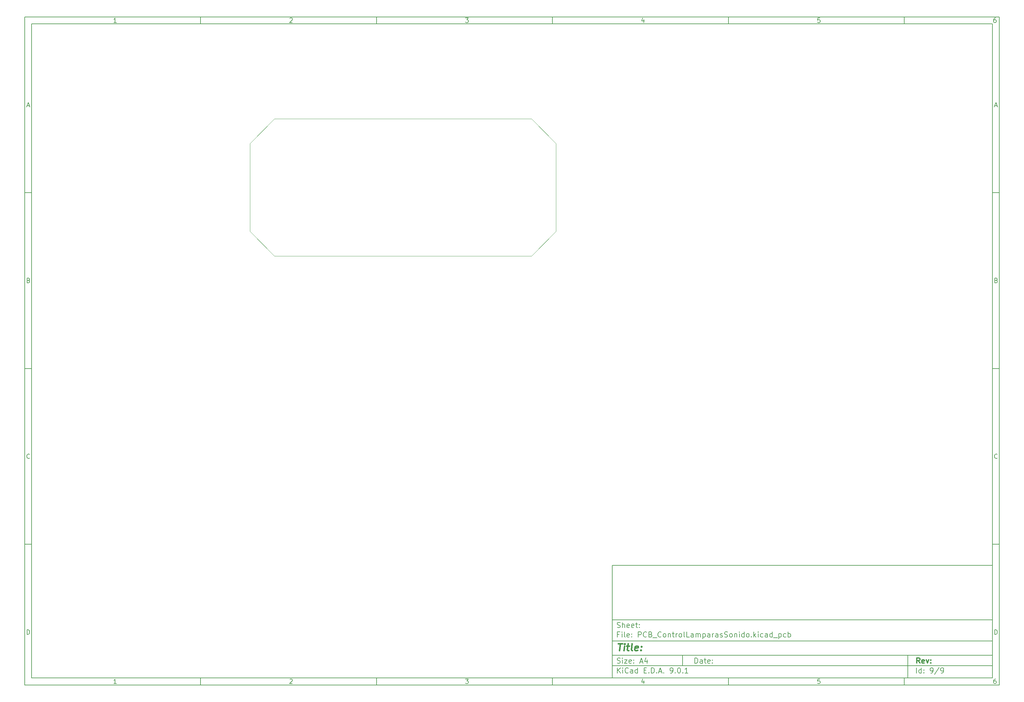
<source format=gbr>
%TF.GenerationSoftware,KiCad,Pcbnew,9.0.1*%
%TF.CreationDate,2025-04-21T16:50:23+01:00*%
%TF.ProjectId,PCB_ControlLamparasSonido,5043425f-436f-46e7-9472-6f6c4c616d70,rev?*%
%TF.SameCoordinates,Original*%
%TF.FileFunction,Profile,NP*%
%FSLAX46Y46*%
G04 Gerber Fmt 4.6, Leading zero omitted, Abs format (unit mm)*
G04 Created by KiCad (PCBNEW 9.0.1) date 2025-04-21 16:50:23*
%MOMM*%
%LPD*%
G01*
G04 APERTURE LIST*
%ADD10C,0.100000*%
%ADD11C,0.150000*%
%ADD12C,0.300000*%
%ADD13C,0.400000*%
%TA.AperFunction,Profile*%
%ADD14C,0.050000*%
%TD*%
G04 APERTURE END LIST*
D10*
D11*
X177002200Y-166007200D02*
X285002200Y-166007200D01*
X285002200Y-198007200D01*
X177002200Y-198007200D01*
X177002200Y-166007200D01*
D10*
D11*
X10000000Y-10000000D02*
X287002200Y-10000000D01*
X287002200Y-200007200D01*
X10000000Y-200007200D01*
X10000000Y-10000000D01*
D10*
D11*
X12000000Y-12000000D02*
X285002200Y-12000000D01*
X285002200Y-198007200D01*
X12000000Y-198007200D01*
X12000000Y-12000000D01*
D10*
D11*
X60000000Y-12000000D02*
X60000000Y-10000000D01*
D10*
D11*
X110000000Y-12000000D02*
X110000000Y-10000000D01*
D10*
D11*
X160000000Y-12000000D02*
X160000000Y-10000000D01*
D10*
D11*
X210000000Y-12000000D02*
X210000000Y-10000000D01*
D10*
D11*
X260000000Y-12000000D02*
X260000000Y-10000000D01*
D10*
D11*
X36089160Y-11593604D02*
X35346303Y-11593604D01*
X35717731Y-11593604D02*
X35717731Y-10293604D01*
X35717731Y-10293604D02*
X35593922Y-10479319D01*
X35593922Y-10479319D02*
X35470112Y-10603128D01*
X35470112Y-10603128D02*
X35346303Y-10665033D01*
D10*
D11*
X85346303Y-10417414D02*
X85408207Y-10355509D01*
X85408207Y-10355509D02*
X85532017Y-10293604D01*
X85532017Y-10293604D02*
X85841541Y-10293604D01*
X85841541Y-10293604D02*
X85965350Y-10355509D01*
X85965350Y-10355509D02*
X86027255Y-10417414D01*
X86027255Y-10417414D02*
X86089160Y-10541223D01*
X86089160Y-10541223D02*
X86089160Y-10665033D01*
X86089160Y-10665033D02*
X86027255Y-10850747D01*
X86027255Y-10850747D02*
X85284398Y-11593604D01*
X85284398Y-11593604D02*
X86089160Y-11593604D01*
D10*
D11*
X135284398Y-10293604D02*
X136089160Y-10293604D01*
X136089160Y-10293604D02*
X135655826Y-10788842D01*
X135655826Y-10788842D02*
X135841541Y-10788842D01*
X135841541Y-10788842D02*
X135965350Y-10850747D01*
X135965350Y-10850747D02*
X136027255Y-10912652D01*
X136027255Y-10912652D02*
X136089160Y-11036461D01*
X136089160Y-11036461D02*
X136089160Y-11345985D01*
X136089160Y-11345985D02*
X136027255Y-11469795D01*
X136027255Y-11469795D02*
X135965350Y-11531700D01*
X135965350Y-11531700D02*
X135841541Y-11593604D01*
X135841541Y-11593604D02*
X135470112Y-11593604D01*
X135470112Y-11593604D02*
X135346303Y-11531700D01*
X135346303Y-11531700D02*
X135284398Y-11469795D01*
D10*
D11*
X185965350Y-10726938D02*
X185965350Y-11593604D01*
X185655826Y-10231700D02*
X185346303Y-11160271D01*
X185346303Y-11160271D02*
X186151064Y-11160271D01*
D10*
D11*
X236027255Y-10293604D02*
X235408207Y-10293604D01*
X235408207Y-10293604D02*
X235346303Y-10912652D01*
X235346303Y-10912652D02*
X235408207Y-10850747D01*
X235408207Y-10850747D02*
X235532017Y-10788842D01*
X235532017Y-10788842D02*
X235841541Y-10788842D01*
X235841541Y-10788842D02*
X235965350Y-10850747D01*
X235965350Y-10850747D02*
X236027255Y-10912652D01*
X236027255Y-10912652D02*
X236089160Y-11036461D01*
X236089160Y-11036461D02*
X236089160Y-11345985D01*
X236089160Y-11345985D02*
X236027255Y-11469795D01*
X236027255Y-11469795D02*
X235965350Y-11531700D01*
X235965350Y-11531700D02*
X235841541Y-11593604D01*
X235841541Y-11593604D02*
X235532017Y-11593604D01*
X235532017Y-11593604D02*
X235408207Y-11531700D01*
X235408207Y-11531700D02*
X235346303Y-11469795D01*
D10*
D11*
X285965350Y-10293604D02*
X285717731Y-10293604D01*
X285717731Y-10293604D02*
X285593922Y-10355509D01*
X285593922Y-10355509D02*
X285532017Y-10417414D01*
X285532017Y-10417414D02*
X285408207Y-10603128D01*
X285408207Y-10603128D02*
X285346303Y-10850747D01*
X285346303Y-10850747D02*
X285346303Y-11345985D01*
X285346303Y-11345985D02*
X285408207Y-11469795D01*
X285408207Y-11469795D02*
X285470112Y-11531700D01*
X285470112Y-11531700D02*
X285593922Y-11593604D01*
X285593922Y-11593604D02*
X285841541Y-11593604D01*
X285841541Y-11593604D02*
X285965350Y-11531700D01*
X285965350Y-11531700D02*
X286027255Y-11469795D01*
X286027255Y-11469795D02*
X286089160Y-11345985D01*
X286089160Y-11345985D02*
X286089160Y-11036461D01*
X286089160Y-11036461D02*
X286027255Y-10912652D01*
X286027255Y-10912652D02*
X285965350Y-10850747D01*
X285965350Y-10850747D02*
X285841541Y-10788842D01*
X285841541Y-10788842D02*
X285593922Y-10788842D01*
X285593922Y-10788842D02*
X285470112Y-10850747D01*
X285470112Y-10850747D02*
X285408207Y-10912652D01*
X285408207Y-10912652D02*
X285346303Y-11036461D01*
D10*
D11*
X60000000Y-198007200D02*
X60000000Y-200007200D01*
D10*
D11*
X110000000Y-198007200D02*
X110000000Y-200007200D01*
D10*
D11*
X160000000Y-198007200D02*
X160000000Y-200007200D01*
D10*
D11*
X210000000Y-198007200D02*
X210000000Y-200007200D01*
D10*
D11*
X260000000Y-198007200D02*
X260000000Y-200007200D01*
D10*
D11*
X36089160Y-199600804D02*
X35346303Y-199600804D01*
X35717731Y-199600804D02*
X35717731Y-198300804D01*
X35717731Y-198300804D02*
X35593922Y-198486519D01*
X35593922Y-198486519D02*
X35470112Y-198610328D01*
X35470112Y-198610328D02*
X35346303Y-198672233D01*
D10*
D11*
X85346303Y-198424614D02*
X85408207Y-198362709D01*
X85408207Y-198362709D02*
X85532017Y-198300804D01*
X85532017Y-198300804D02*
X85841541Y-198300804D01*
X85841541Y-198300804D02*
X85965350Y-198362709D01*
X85965350Y-198362709D02*
X86027255Y-198424614D01*
X86027255Y-198424614D02*
X86089160Y-198548423D01*
X86089160Y-198548423D02*
X86089160Y-198672233D01*
X86089160Y-198672233D02*
X86027255Y-198857947D01*
X86027255Y-198857947D02*
X85284398Y-199600804D01*
X85284398Y-199600804D02*
X86089160Y-199600804D01*
D10*
D11*
X135284398Y-198300804D02*
X136089160Y-198300804D01*
X136089160Y-198300804D02*
X135655826Y-198796042D01*
X135655826Y-198796042D02*
X135841541Y-198796042D01*
X135841541Y-198796042D02*
X135965350Y-198857947D01*
X135965350Y-198857947D02*
X136027255Y-198919852D01*
X136027255Y-198919852D02*
X136089160Y-199043661D01*
X136089160Y-199043661D02*
X136089160Y-199353185D01*
X136089160Y-199353185D02*
X136027255Y-199476995D01*
X136027255Y-199476995D02*
X135965350Y-199538900D01*
X135965350Y-199538900D02*
X135841541Y-199600804D01*
X135841541Y-199600804D02*
X135470112Y-199600804D01*
X135470112Y-199600804D02*
X135346303Y-199538900D01*
X135346303Y-199538900D02*
X135284398Y-199476995D01*
D10*
D11*
X185965350Y-198734138D02*
X185965350Y-199600804D01*
X185655826Y-198238900D02*
X185346303Y-199167471D01*
X185346303Y-199167471D02*
X186151064Y-199167471D01*
D10*
D11*
X236027255Y-198300804D02*
X235408207Y-198300804D01*
X235408207Y-198300804D02*
X235346303Y-198919852D01*
X235346303Y-198919852D02*
X235408207Y-198857947D01*
X235408207Y-198857947D02*
X235532017Y-198796042D01*
X235532017Y-198796042D02*
X235841541Y-198796042D01*
X235841541Y-198796042D02*
X235965350Y-198857947D01*
X235965350Y-198857947D02*
X236027255Y-198919852D01*
X236027255Y-198919852D02*
X236089160Y-199043661D01*
X236089160Y-199043661D02*
X236089160Y-199353185D01*
X236089160Y-199353185D02*
X236027255Y-199476995D01*
X236027255Y-199476995D02*
X235965350Y-199538900D01*
X235965350Y-199538900D02*
X235841541Y-199600804D01*
X235841541Y-199600804D02*
X235532017Y-199600804D01*
X235532017Y-199600804D02*
X235408207Y-199538900D01*
X235408207Y-199538900D02*
X235346303Y-199476995D01*
D10*
D11*
X285965350Y-198300804D02*
X285717731Y-198300804D01*
X285717731Y-198300804D02*
X285593922Y-198362709D01*
X285593922Y-198362709D02*
X285532017Y-198424614D01*
X285532017Y-198424614D02*
X285408207Y-198610328D01*
X285408207Y-198610328D02*
X285346303Y-198857947D01*
X285346303Y-198857947D02*
X285346303Y-199353185D01*
X285346303Y-199353185D02*
X285408207Y-199476995D01*
X285408207Y-199476995D02*
X285470112Y-199538900D01*
X285470112Y-199538900D02*
X285593922Y-199600804D01*
X285593922Y-199600804D02*
X285841541Y-199600804D01*
X285841541Y-199600804D02*
X285965350Y-199538900D01*
X285965350Y-199538900D02*
X286027255Y-199476995D01*
X286027255Y-199476995D02*
X286089160Y-199353185D01*
X286089160Y-199353185D02*
X286089160Y-199043661D01*
X286089160Y-199043661D02*
X286027255Y-198919852D01*
X286027255Y-198919852D02*
X285965350Y-198857947D01*
X285965350Y-198857947D02*
X285841541Y-198796042D01*
X285841541Y-198796042D02*
X285593922Y-198796042D01*
X285593922Y-198796042D02*
X285470112Y-198857947D01*
X285470112Y-198857947D02*
X285408207Y-198919852D01*
X285408207Y-198919852D02*
X285346303Y-199043661D01*
D10*
D11*
X10000000Y-60000000D02*
X12000000Y-60000000D01*
D10*
D11*
X10000000Y-110000000D02*
X12000000Y-110000000D01*
D10*
D11*
X10000000Y-160000000D02*
X12000000Y-160000000D01*
D10*
D11*
X10690476Y-35222176D02*
X11309523Y-35222176D01*
X10566666Y-35593604D02*
X10999999Y-34293604D01*
X10999999Y-34293604D02*
X11433333Y-35593604D01*
D10*
D11*
X11092857Y-84912652D02*
X11278571Y-84974557D01*
X11278571Y-84974557D02*
X11340476Y-85036461D01*
X11340476Y-85036461D02*
X11402380Y-85160271D01*
X11402380Y-85160271D02*
X11402380Y-85345985D01*
X11402380Y-85345985D02*
X11340476Y-85469795D01*
X11340476Y-85469795D02*
X11278571Y-85531700D01*
X11278571Y-85531700D02*
X11154761Y-85593604D01*
X11154761Y-85593604D02*
X10659523Y-85593604D01*
X10659523Y-85593604D02*
X10659523Y-84293604D01*
X10659523Y-84293604D02*
X11092857Y-84293604D01*
X11092857Y-84293604D02*
X11216666Y-84355509D01*
X11216666Y-84355509D02*
X11278571Y-84417414D01*
X11278571Y-84417414D02*
X11340476Y-84541223D01*
X11340476Y-84541223D02*
X11340476Y-84665033D01*
X11340476Y-84665033D02*
X11278571Y-84788842D01*
X11278571Y-84788842D02*
X11216666Y-84850747D01*
X11216666Y-84850747D02*
X11092857Y-84912652D01*
X11092857Y-84912652D02*
X10659523Y-84912652D01*
D10*
D11*
X11402380Y-135469795D02*
X11340476Y-135531700D01*
X11340476Y-135531700D02*
X11154761Y-135593604D01*
X11154761Y-135593604D02*
X11030952Y-135593604D01*
X11030952Y-135593604D02*
X10845238Y-135531700D01*
X10845238Y-135531700D02*
X10721428Y-135407890D01*
X10721428Y-135407890D02*
X10659523Y-135284080D01*
X10659523Y-135284080D02*
X10597619Y-135036461D01*
X10597619Y-135036461D02*
X10597619Y-134850747D01*
X10597619Y-134850747D02*
X10659523Y-134603128D01*
X10659523Y-134603128D02*
X10721428Y-134479319D01*
X10721428Y-134479319D02*
X10845238Y-134355509D01*
X10845238Y-134355509D02*
X11030952Y-134293604D01*
X11030952Y-134293604D02*
X11154761Y-134293604D01*
X11154761Y-134293604D02*
X11340476Y-134355509D01*
X11340476Y-134355509D02*
X11402380Y-134417414D01*
D10*
D11*
X10659523Y-185593604D02*
X10659523Y-184293604D01*
X10659523Y-184293604D02*
X10969047Y-184293604D01*
X10969047Y-184293604D02*
X11154761Y-184355509D01*
X11154761Y-184355509D02*
X11278571Y-184479319D01*
X11278571Y-184479319D02*
X11340476Y-184603128D01*
X11340476Y-184603128D02*
X11402380Y-184850747D01*
X11402380Y-184850747D02*
X11402380Y-185036461D01*
X11402380Y-185036461D02*
X11340476Y-185284080D01*
X11340476Y-185284080D02*
X11278571Y-185407890D01*
X11278571Y-185407890D02*
X11154761Y-185531700D01*
X11154761Y-185531700D02*
X10969047Y-185593604D01*
X10969047Y-185593604D02*
X10659523Y-185593604D01*
D10*
D11*
X287002200Y-60000000D02*
X285002200Y-60000000D01*
D10*
D11*
X287002200Y-110000000D02*
X285002200Y-110000000D01*
D10*
D11*
X287002200Y-160000000D02*
X285002200Y-160000000D01*
D10*
D11*
X285692676Y-35222176D02*
X286311723Y-35222176D01*
X285568866Y-35593604D02*
X286002199Y-34293604D01*
X286002199Y-34293604D02*
X286435533Y-35593604D01*
D10*
D11*
X286095057Y-84912652D02*
X286280771Y-84974557D01*
X286280771Y-84974557D02*
X286342676Y-85036461D01*
X286342676Y-85036461D02*
X286404580Y-85160271D01*
X286404580Y-85160271D02*
X286404580Y-85345985D01*
X286404580Y-85345985D02*
X286342676Y-85469795D01*
X286342676Y-85469795D02*
X286280771Y-85531700D01*
X286280771Y-85531700D02*
X286156961Y-85593604D01*
X286156961Y-85593604D02*
X285661723Y-85593604D01*
X285661723Y-85593604D02*
X285661723Y-84293604D01*
X285661723Y-84293604D02*
X286095057Y-84293604D01*
X286095057Y-84293604D02*
X286218866Y-84355509D01*
X286218866Y-84355509D02*
X286280771Y-84417414D01*
X286280771Y-84417414D02*
X286342676Y-84541223D01*
X286342676Y-84541223D02*
X286342676Y-84665033D01*
X286342676Y-84665033D02*
X286280771Y-84788842D01*
X286280771Y-84788842D02*
X286218866Y-84850747D01*
X286218866Y-84850747D02*
X286095057Y-84912652D01*
X286095057Y-84912652D02*
X285661723Y-84912652D01*
D10*
D11*
X286404580Y-135469795D02*
X286342676Y-135531700D01*
X286342676Y-135531700D02*
X286156961Y-135593604D01*
X286156961Y-135593604D02*
X286033152Y-135593604D01*
X286033152Y-135593604D02*
X285847438Y-135531700D01*
X285847438Y-135531700D02*
X285723628Y-135407890D01*
X285723628Y-135407890D02*
X285661723Y-135284080D01*
X285661723Y-135284080D02*
X285599819Y-135036461D01*
X285599819Y-135036461D02*
X285599819Y-134850747D01*
X285599819Y-134850747D02*
X285661723Y-134603128D01*
X285661723Y-134603128D02*
X285723628Y-134479319D01*
X285723628Y-134479319D02*
X285847438Y-134355509D01*
X285847438Y-134355509D02*
X286033152Y-134293604D01*
X286033152Y-134293604D02*
X286156961Y-134293604D01*
X286156961Y-134293604D02*
X286342676Y-134355509D01*
X286342676Y-134355509D02*
X286404580Y-134417414D01*
D10*
D11*
X285661723Y-185593604D02*
X285661723Y-184293604D01*
X285661723Y-184293604D02*
X285971247Y-184293604D01*
X285971247Y-184293604D02*
X286156961Y-184355509D01*
X286156961Y-184355509D02*
X286280771Y-184479319D01*
X286280771Y-184479319D02*
X286342676Y-184603128D01*
X286342676Y-184603128D02*
X286404580Y-184850747D01*
X286404580Y-184850747D02*
X286404580Y-185036461D01*
X286404580Y-185036461D02*
X286342676Y-185284080D01*
X286342676Y-185284080D02*
X286280771Y-185407890D01*
X286280771Y-185407890D02*
X286156961Y-185531700D01*
X286156961Y-185531700D02*
X285971247Y-185593604D01*
X285971247Y-185593604D02*
X285661723Y-185593604D01*
D10*
D11*
X200458026Y-193793328D02*
X200458026Y-192293328D01*
X200458026Y-192293328D02*
X200815169Y-192293328D01*
X200815169Y-192293328D02*
X201029455Y-192364757D01*
X201029455Y-192364757D02*
X201172312Y-192507614D01*
X201172312Y-192507614D02*
X201243741Y-192650471D01*
X201243741Y-192650471D02*
X201315169Y-192936185D01*
X201315169Y-192936185D02*
X201315169Y-193150471D01*
X201315169Y-193150471D02*
X201243741Y-193436185D01*
X201243741Y-193436185D02*
X201172312Y-193579042D01*
X201172312Y-193579042D02*
X201029455Y-193721900D01*
X201029455Y-193721900D02*
X200815169Y-193793328D01*
X200815169Y-193793328D02*
X200458026Y-193793328D01*
X202600884Y-193793328D02*
X202600884Y-193007614D01*
X202600884Y-193007614D02*
X202529455Y-192864757D01*
X202529455Y-192864757D02*
X202386598Y-192793328D01*
X202386598Y-192793328D02*
X202100884Y-192793328D01*
X202100884Y-192793328D02*
X201958026Y-192864757D01*
X202600884Y-193721900D02*
X202458026Y-193793328D01*
X202458026Y-193793328D02*
X202100884Y-193793328D01*
X202100884Y-193793328D02*
X201958026Y-193721900D01*
X201958026Y-193721900D02*
X201886598Y-193579042D01*
X201886598Y-193579042D02*
X201886598Y-193436185D01*
X201886598Y-193436185D02*
X201958026Y-193293328D01*
X201958026Y-193293328D02*
X202100884Y-193221900D01*
X202100884Y-193221900D02*
X202458026Y-193221900D01*
X202458026Y-193221900D02*
X202600884Y-193150471D01*
X203100884Y-192793328D02*
X203672312Y-192793328D01*
X203315169Y-192293328D02*
X203315169Y-193579042D01*
X203315169Y-193579042D02*
X203386598Y-193721900D01*
X203386598Y-193721900D02*
X203529455Y-193793328D01*
X203529455Y-193793328D02*
X203672312Y-193793328D01*
X204743741Y-193721900D02*
X204600884Y-193793328D01*
X204600884Y-193793328D02*
X204315170Y-193793328D01*
X204315170Y-193793328D02*
X204172312Y-193721900D01*
X204172312Y-193721900D02*
X204100884Y-193579042D01*
X204100884Y-193579042D02*
X204100884Y-193007614D01*
X204100884Y-193007614D02*
X204172312Y-192864757D01*
X204172312Y-192864757D02*
X204315170Y-192793328D01*
X204315170Y-192793328D02*
X204600884Y-192793328D01*
X204600884Y-192793328D02*
X204743741Y-192864757D01*
X204743741Y-192864757D02*
X204815170Y-193007614D01*
X204815170Y-193007614D02*
X204815170Y-193150471D01*
X204815170Y-193150471D02*
X204100884Y-193293328D01*
X205458026Y-193650471D02*
X205529455Y-193721900D01*
X205529455Y-193721900D02*
X205458026Y-193793328D01*
X205458026Y-193793328D02*
X205386598Y-193721900D01*
X205386598Y-193721900D02*
X205458026Y-193650471D01*
X205458026Y-193650471D02*
X205458026Y-193793328D01*
X205458026Y-192864757D02*
X205529455Y-192936185D01*
X205529455Y-192936185D02*
X205458026Y-193007614D01*
X205458026Y-193007614D02*
X205386598Y-192936185D01*
X205386598Y-192936185D02*
X205458026Y-192864757D01*
X205458026Y-192864757D02*
X205458026Y-193007614D01*
D10*
D11*
X177002200Y-194507200D02*
X285002200Y-194507200D01*
D10*
D11*
X178458026Y-196593328D02*
X178458026Y-195093328D01*
X179315169Y-196593328D02*
X178672312Y-195736185D01*
X179315169Y-195093328D02*
X178458026Y-195950471D01*
X179958026Y-196593328D02*
X179958026Y-195593328D01*
X179958026Y-195093328D02*
X179886598Y-195164757D01*
X179886598Y-195164757D02*
X179958026Y-195236185D01*
X179958026Y-195236185D02*
X180029455Y-195164757D01*
X180029455Y-195164757D02*
X179958026Y-195093328D01*
X179958026Y-195093328D02*
X179958026Y-195236185D01*
X181529455Y-196450471D02*
X181458027Y-196521900D01*
X181458027Y-196521900D02*
X181243741Y-196593328D01*
X181243741Y-196593328D02*
X181100884Y-196593328D01*
X181100884Y-196593328D02*
X180886598Y-196521900D01*
X180886598Y-196521900D02*
X180743741Y-196379042D01*
X180743741Y-196379042D02*
X180672312Y-196236185D01*
X180672312Y-196236185D02*
X180600884Y-195950471D01*
X180600884Y-195950471D02*
X180600884Y-195736185D01*
X180600884Y-195736185D02*
X180672312Y-195450471D01*
X180672312Y-195450471D02*
X180743741Y-195307614D01*
X180743741Y-195307614D02*
X180886598Y-195164757D01*
X180886598Y-195164757D02*
X181100884Y-195093328D01*
X181100884Y-195093328D02*
X181243741Y-195093328D01*
X181243741Y-195093328D02*
X181458027Y-195164757D01*
X181458027Y-195164757D02*
X181529455Y-195236185D01*
X182815170Y-196593328D02*
X182815170Y-195807614D01*
X182815170Y-195807614D02*
X182743741Y-195664757D01*
X182743741Y-195664757D02*
X182600884Y-195593328D01*
X182600884Y-195593328D02*
X182315170Y-195593328D01*
X182315170Y-195593328D02*
X182172312Y-195664757D01*
X182815170Y-196521900D02*
X182672312Y-196593328D01*
X182672312Y-196593328D02*
X182315170Y-196593328D01*
X182315170Y-196593328D02*
X182172312Y-196521900D01*
X182172312Y-196521900D02*
X182100884Y-196379042D01*
X182100884Y-196379042D02*
X182100884Y-196236185D01*
X182100884Y-196236185D02*
X182172312Y-196093328D01*
X182172312Y-196093328D02*
X182315170Y-196021900D01*
X182315170Y-196021900D02*
X182672312Y-196021900D01*
X182672312Y-196021900D02*
X182815170Y-195950471D01*
X184172313Y-196593328D02*
X184172313Y-195093328D01*
X184172313Y-196521900D02*
X184029455Y-196593328D01*
X184029455Y-196593328D02*
X183743741Y-196593328D01*
X183743741Y-196593328D02*
X183600884Y-196521900D01*
X183600884Y-196521900D02*
X183529455Y-196450471D01*
X183529455Y-196450471D02*
X183458027Y-196307614D01*
X183458027Y-196307614D02*
X183458027Y-195879042D01*
X183458027Y-195879042D02*
X183529455Y-195736185D01*
X183529455Y-195736185D02*
X183600884Y-195664757D01*
X183600884Y-195664757D02*
X183743741Y-195593328D01*
X183743741Y-195593328D02*
X184029455Y-195593328D01*
X184029455Y-195593328D02*
X184172313Y-195664757D01*
X186029455Y-195807614D02*
X186529455Y-195807614D01*
X186743741Y-196593328D02*
X186029455Y-196593328D01*
X186029455Y-196593328D02*
X186029455Y-195093328D01*
X186029455Y-195093328D02*
X186743741Y-195093328D01*
X187386598Y-196450471D02*
X187458027Y-196521900D01*
X187458027Y-196521900D02*
X187386598Y-196593328D01*
X187386598Y-196593328D02*
X187315170Y-196521900D01*
X187315170Y-196521900D02*
X187386598Y-196450471D01*
X187386598Y-196450471D02*
X187386598Y-196593328D01*
X188100884Y-196593328D02*
X188100884Y-195093328D01*
X188100884Y-195093328D02*
X188458027Y-195093328D01*
X188458027Y-195093328D02*
X188672313Y-195164757D01*
X188672313Y-195164757D02*
X188815170Y-195307614D01*
X188815170Y-195307614D02*
X188886599Y-195450471D01*
X188886599Y-195450471D02*
X188958027Y-195736185D01*
X188958027Y-195736185D02*
X188958027Y-195950471D01*
X188958027Y-195950471D02*
X188886599Y-196236185D01*
X188886599Y-196236185D02*
X188815170Y-196379042D01*
X188815170Y-196379042D02*
X188672313Y-196521900D01*
X188672313Y-196521900D02*
X188458027Y-196593328D01*
X188458027Y-196593328D02*
X188100884Y-196593328D01*
X189600884Y-196450471D02*
X189672313Y-196521900D01*
X189672313Y-196521900D02*
X189600884Y-196593328D01*
X189600884Y-196593328D02*
X189529456Y-196521900D01*
X189529456Y-196521900D02*
X189600884Y-196450471D01*
X189600884Y-196450471D02*
X189600884Y-196593328D01*
X190243742Y-196164757D02*
X190958028Y-196164757D01*
X190100885Y-196593328D02*
X190600885Y-195093328D01*
X190600885Y-195093328D02*
X191100885Y-196593328D01*
X191600884Y-196450471D02*
X191672313Y-196521900D01*
X191672313Y-196521900D02*
X191600884Y-196593328D01*
X191600884Y-196593328D02*
X191529456Y-196521900D01*
X191529456Y-196521900D02*
X191600884Y-196450471D01*
X191600884Y-196450471D02*
X191600884Y-196593328D01*
X193529456Y-196593328D02*
X193815170Y-196593328D01*
X193815170Y-196593328D02*
X193958027Y-196521900D01*
X193958027Y-196521900D02*
X194029456Y-196450471D01*
X194029456Y-196450471D02*
X194172313Y-196236185D01*
X194172313Y-196236185D02*
X194243742Y-195950471D01*
X194243742Y-195950471D02*
X194243742Y-195379042D01*
X194243742Y-195379042D02*
X194172313Y-195236185D01*
X194172313Y-195236185D02*
X194100885Y-195164757D01*
X194100885Y-195164757D02*
X193958027Y-195093328D01*
X193958027Y-195093328D02*
X193672313Y-195093328D01*
X193672313Y-195093328D02*
X193529456Y-195164757D01*
X193529456Y-195164757D02*
X193458027Y-195236185D01*
X193458027Y-195236185D02*
X193386599Y-195379042D01*
X193386599Y-195379042D02*
X193386599Y-195736185D01*
X193386599Y-195736185D02*
X193458027Y-195879042D01*
X193458027Y-195879042D02*
X193529456Y-195950471D01*
X193529456Y-195950471D02*
X193672313Y-196021900D01*
X193672313Y-196021900D02*
X193958027Y-196021900D01*
X193958027Y-196021900D02*
X194100885Y-195950471D01*
X194100885Y-195950471D02*
X194172313Y-195879042D01*
X194172313Y-195879042D02*
X194243742Y-195736185D01*
X194886598Y-196450471D02*
X194958027Y-196521900D01*
X194958027Y-196521900D02*
X194886598Y-196593328D01*
X194886598Y-196593328D02*
X194815170Y-196521900D01*
X194815170Y-196521900D02*
X194886598Y-196450471D01*
X194886598Y-196450471D02*
X194886598Y-196593328D01*
X195886599Y-195093328D02*
X196029456Y-195093328D01*
X196029456Y-195093328D02*
X196172313Y-195164757D01*
X196172313Y-195164757D02*
X196243742Y-195236185D01*
X196243742Y-195236185D02*
X196315170Y-195379042D01*
X196315170Y-195379042D02*
X196386599Y-195664757D01*
X196386599Y-195664757D02*
X196386599Y-196021900D01*
X196386599Y-196021900D02*
X196315170Y-196307614D01*
X196315170Y-196307614D02*
X196243742Y-196450471D01*
X196243742Y-196450471D02*
X196172313Y-196521900D01*
X196172313Y-196521900D02*
X196029456Y-196593328D01*
X196029456Y-196593328D02*
X195886599Y-196593328D01*
X195886599Y-196593328D02*
X195743742Y-196521900D01*
X195743742Y-196521900D02*
X195672313Y-196450471D01*
X195672313Y-196450471D02*
X195600884Y-196307614D01*
X195600884Y-196307614D02*
X195529456Y-196021900D01*
X195529456Y-196021900D02*
X195529456Y-195664757D01*
X195529456Y-195664757D02*
X195600884Y-195379042D01*
X195600884Y-195379042D02*
X195672313Y-195236185D01*
X195672313Y-195236185D02*
X195743742Y-195164757D01*
X195743742Y-195164757D02*
X195886599Y-195093328D01*
X197029455Y-196450471D02*
X197100884Y-196521900D01*
X197100884Y-196521900D02*
X197029455Y-196593328D01*
X197029455Y-196593328D02*
X196958027Y-196521900D01*
X196958027Y-196521900D02*
X197029455Y-196450471D01*
X197029455Y-196450471D02*
X197029455Y-196593328D01*
X198529456Y-196593328D02*
X197672313Y-196593328D01*
X198100884Y-196593328D02*
X198100884Y-195093328D01*
X198100884Y-195093328D02*
X197958027Y-195307614D01*
X197958027Y-195307614D02*
X197815170Y-195450471D01*
X197815170Y-195450471D02*
X197672313Y-195521900D01*
D10*
D11*
X177002200Y-191507200D02*
X285002200Y-191507200D01*
D10*
D12*
X264413853Y-193785528D02*
X263913853Y-193071242D01*
X263556710Y-193785528D02*
X263556710Y-192285528D01*
X263556710Y-192285528D02*
X264128139Y-192285528D01*
X264128139Y-192285528D02*
X264270996Y-192356957D01*
X264270996Y-192356957D02*
X264342425Y-192428385D01*
X264342425Y-192428385D02*
X264413853Y-192571242D01*
X264413853Y-192571242D02*
X264413853Y-192785528D01*
X264413853Y-192785528D02*
X264342425Y-192928385D01*
X264342425Y-192928385D02*
X264270996Y-192999814D01*
X264270996Y-192999814D02*
X264128139Y-193071242D01*
X264128139Y-193071242D02*
X263556710Y-193071242D01*
X265628139Y-193714100D02*
X265485282Y-193785528D01*
X265485282Y-193785528D02*
X265199568Y-193785528D01*
X265199568Y-193785528D02*
X265056710Y-193714100D01*
X265056710Y-193714100D02*
X264985282Y-193571242D01*
X264985282Y-193571242D02*
X264985282Y-192999814D01*
X264985282Y-192999814D02*
X265056710Y-192856957D01*
X265056710Y-192856957D02*
X265199568Y-192785528D01*
X265199568Y-192785528D02*
X265485282Y-192785528D01*
X265485282Y-192785528D02*
X265628139Y-192856957D01*
X265628139Y-192856957D02*
X265699568Y-192999814D01*
X265699568Y-192999814D02*
X265699568Y-193142671D01*
X265699568Y-193142671D02*
X264985282Y-193285528D01*
X266199567Y-192785528D02*
X266556710Y-193785528D01*
X266556710Y-193785528D02*
X266913853Y-192785528D01*
X267485281Y-193642671D02*
X267556710Y-193714100D01*
X267556710Y-193714100D02*
X267485281Y-193785528D01*
X267485281Y-193785528D02*
X267413853Y-193714100D01*
X267413853Y-193714100D02*
X267485281Y-193642671D01*
X267485281Y-193642671D02*
X267485281Y-193785528D01*
X267485281Y-192856957D02*
X267556710Y-192928385D01*
X267556710Y-192928385D02*
X267485281Y-192999814D01*
X267485281Y-192999814D02*
X267413853Y-192928385D01*
X267413853Y-192928385D02*
X267485281Y-192856957D01*
X267485281Y-192856957D02*
X267485281Y-192999814D01*
D10*
D11*
X178386598Y-193721900D02*
X178600884Y-193793328D01*
X178600884Y-193793328D02*
X178958026Y-193793328D01*
X178958026Y-193793328D02*
X179100884Y-193721900D01*
X179100884Y-193721900D02*
X179172312Y-193650471D01*
X179172312Y-193650471D02*
X179243741Y-193507614D01*
X179243741Y-193507614D02*
X179243741Y-193364757D01*
X179243741Y-193364757D02*
X179172312Y-193221900D01*
X179172312Y-193221900D02*
X179100884Y-193150471D01*
X179100884Y-193150471D02*
X178958026Y-193079042D01*
X178958026Y-193079042D02*
X178672312Y-193007614D01*
X178672312Y-193007614D02*
X178529455Y-192936185D01*
X178529455Y-192936185D02*
X178458026Y-192864757D01*
X178458026Y-192864757D02*
X178386598Y-192721900D01*
X178386598Y-192721900D02*
X178386598Y-192579042D01*
X178386598Y-192579042D02*
X178458026Y-192436185D01*
X178458026Y-192436185D02*
X178529455Y-192364757D01*
X178529455Y-192364757D02*
X178672312Y-192293328D01*
X178672312Y-192293328D02*
X179029455Y-192293328D01*
X179029455Y-192293328D02*
X179243741Y-192364757D01*
X179886597Y-193793328D02*
X179886597Y-192793328D01*
X179886597Y-192293328D02*
X179815169Y-192364757D01*
X179815169Y-192364757D02*
X179886597Y-192436185D01*
X179886597Y-192436185D02*
X179958026Y-192364757D01*
X179958026Y-192364757D02*
X179886597Y-192293328D01*
X179886597Y-192293328D02*
X179886597Y-192436185D01*
X180458026Y-192793328D02*
X181243741Y-192793328D01*
X181243741Y-192793328D02*
X180458026Y-193793328D01*
X180458026Y-193793328D02*
X181243741Y-193793328D01*
X182386598Y-193721900D02*
X182243741Y-193793328D01*
X182243741Y-193793328D02*
X181958027Y-193793328D01*
X181958027Y-193793328D02*
X181815169Y-193721900D01*
X181815169Y-193721900D02*
X181743741Y-193579042D01*
X181743741Y-193579042D02*
X181743741Y-193007614D01*
X181743741Y-193007614D02*
X181815169Y-192864757D01*
X181815169Y-192864757D02*
X181958027Y-192793328D01*
X181958027Y-192793328D02*
X182243741Y-192793328D01*
X182243741Y-192793328D02*
X182386598Y-192864757D01*
X182386598Y-192864757D02*
X182458027Y-193007614D01*
X182458027Y-193007614D02*
X182458027Y-193150471D01*
X182458027Y-193150471D02*
X181743741Y-193293328D01*
X183100883Y-193650471D02*
X183172312Y-193721900D01*
X183172312Y-193721900D02*
X183100883Y-193793328D01*
X183100883Y-193793328D02*
X183029455Y-193721900D01*
X183029455Y-193721900D02*
X183100883Y-193650471D01*
X183100883Y-193650471D02*
X183100883Y-193793328D01*
X183100883Y-192864757D02*
X183172312Y-192936185D01*
X183172312Y-192936185D02*
X183100883Y-193007614D01*
X183100883Y-193007614D02*
X183029455Y-192936185D01*
X183029455Y-192936185D02*
X183100883Y-192864757D01*
X183100883Y-192864757D02*
X183100883Y-193007614D01*
X184886598Y-193364757D02*
X185600884Y-193364757D01*
X184743741Y-193793328D02*
X185243741Y-192293328D01*
X185243741Y-192293328D02*
X185743741Y-193793328D01*
X186886598Y-192793328D02*
X186886598Y-193793328D01*
X186529455Y-192221900D02*
X186172312Y-193293328D01*
X186172312Y-193293328D02*
X187100883Y-193293328D01*
D10*
D11*
X263458026Y-196593328D02*
X263458026Y-195093328D01*
X264815170Y-196593328D02*
X264815170Y-195093328D01*
X264815170Y-196521900D02*
X264672312Y-196593328D01*
X264672312Y-196593328D02*
X264386598Y-196593328D01*
X264386598Y-196593328D02*
X264243741Y-196521900D01*
X264243741Y-196521900D02*
X264172312Y-196450471D01*
X264172312Y-196450471D02*
X264100884Y-196307614D01*
X264100884Y-196307614D02*
X264100884Y-195879042D01*
X264100884Y-195879042D02*
X264172312Y-195736185D01*
X264172312Y-195736185D02*
X264243741Y-195664757D01*
X264243741Y-195664757D02*
X264386598Y-195593328D01*
X264386598Y-195593328D02*
X264672312Y-195593328D01*
X264672312Y-195593328D02*
X264815170Y-195664757D01*
X265529455Y-196450471D02*
X265600884Y-196521900D01*
X265600884Y-196521900D02*
X265529455Y-196593328D01*
X265529455Y-196593328D02*
X265458027Y-196521900D01*
X265458027Y-196521900D02*
X265529455Y-196450471D01*
X265529455Y-196450471D02*
X265529455Y-196593328D01*
X265529455Y-195664757D02*
X265600884Y-195736185D01*
X265600884Y-195736185D02*
X265529455Y-195807614D01*
X265529455Y-195807614D02*
X265458027Y-195736185D01*
X265458027Y-195736185D02*
X265529455Y-195664757D01*
X265529455Y-195664757D02*
X265529455Y-195807614D01*
X267458027Y-196593328D02*
X267743741Y-196593328D01*
X267743741Y-196593328D02*
X267886598Y-196521900D01*
X267886598Y-196521900D02*
X267958027Y-196450471D01*
X267958027Y-196450471D02*
X268100884Y-196236185D01*
X268100884Y-196236185D02*
X268172313Y-195950471D01*
X268172313Y-195950471D02*
X268172313Y-195379042D01*
X268172313Y-195379042D02*
X268100884Y-195236185D01*
X268100884Y-195236185D02*
X268029456Y-195164757D01*
X268029456Y-195164757D02*
X267886598Y-195093328D01*
X267886598Y-195093328D02*
X267600884Y-195093328D01*
X267600884Y-195093328D02*
X267458027Y-195164757D01*
X267458027Y-195164757D02*
X267386598Y-195236185D01*
X267386598Y-195236185D02*
X267315170Y-195379042D01*
X267315170Y-195379042D02*
X267315170Y-195736185D01*
X267315170Y-195736185D02*
X267386598Y-195879042D01*
X267386598Y-195879042D02*
X267458027Y-195950471D01*
X267458027Y-195950471D02*
X267600884Y-196021900D01*
X267600884Y-196021900D02*
X267886598Y-196021900D01*
X267886598Y-196021900D02*
X268029456Y-195950471D01*
X268029456Y-195950471D02*
X268100884Y-195879042D01*
X268100884Y-195879042D02*
X268172313Y-195736185D01*
X269886598Y-195021900D02*
X268600884Y-196950471D01*
X270458027Y-196593328D02*
X270743741Y-196593328D01*
X270743741Y-196593328D02*
X270886598Y-196521900D01*
X270886598Y-196521900D02*
X270958027Y-196450471D01*
X270958027Y-196450471D02*
X271100884Y-196236185D01*
X271100884Y-196236185D02*
X271172313Y-195950471D01*
X271172313Y-195950471D02*
X271172313Y-195379042D01*
X271172313Y-195379042D02*
X271100884Y-195236185D01*
X271100884Y-195236185D02*
X271029456Y-195164757D01*
X271029456Y-195164757D02*
X270886598Y-195093328D01*
X270886598Y-195093328D02*
X270600884Y-195093328D01*
X270600884Y-195093328D02*
X270458027Y-195164757D01*
X270458027Y-195164757D02*
X270386598Y-195236185D01*
X270386598Y-195236185D02*
X270315170Y-195379042D01*
X270315170Y-195379042D02*
X270315170Y-195736185D01*
X270315170Y-195736185D02*
X270386598Y-195879042D01*
X270386598Y-195879042D02*
X270458027Y-195950471D01*
X270458027Y-195950471D02*
X270600884Y-196021900D01*
X270600884Y-196021900D02*
X270886598Y-196021900D01*
X270886598Y-196021900D02*
X271029456Y-195950471D01*
X271029456Y-195950471D02*
X271100884Y-195879042D01*
X271100884Y-195879042D02*
X271172313Y-195736185D01*
D10*
D11*
X177002200Y-187507200D02*
X285002200Y-187507200D01*
D10*
D13*
X178693928Y-188211638D02*
X179836785Y-188211638D01*
X179015357Y-190211638D02*
X179265357Y-188211638D01*
X180253452Y-190211638D02*
X180420119Y-188878304D01*
X180503452Y-188211638D02*
X180396309Y-188306876D01*
X180396309Y-188306876D02*
X180479643Y-188402114D01*
X180479643Y-188402114D02*
X180586786Y-188306876D01*
X180586786Y-188306876D02*
X180503452Y-188211638D01*
X180503452Y-188211638D02*
X180479643Y-188402114D01*
X181086786Y-188878304D02*
X181848690Y-188878304D01*
X181455833Y-188211638D02*
X181241548Y-189925923D01*
X181241548Y-189925923D02*
X181312976Y-190116400D01*
X181312976Y-190116400D02*
X181491548Y-190211638D01*
X181491548Y-190211638D02*
X181682024Y-190211638D01*
X182634405Y-190211638D02*
X182455833Y-190116400D01*
X182455833Y-190116400D02*
X182384405Y-189925923D01*
X182384405Y-189925923D02*
X182598690Y-188211638D01*
X184170119Y-190116400D02*
X183967738Y-190211638D01*
X183967738Y-190211638D02*
X183586785Y-190211638D01*
X183586785Y-190211638D02*
X183408214Y-190116400D01*
X183408214Y-190116400D02*
X183336785Y-189925923D01*
X183336785Y-189925923D02*
X183432024Y-189164019D01*
X183432024Y-189164019D02*
X183551071Y-188973542D01*
X183551071Y-188973542D02*
X183753452Y-188878304D01*
X183753452Y-188878304D02*
X184134404Y-188878304D01*
X184134404Y-188878304D02*
X184312976Y-188973542D01*
X184312976Y-188973542D02*
X184384404Y-189164019D01*
X184384404Y-189164019D02*
X184360595Y-189354495D01*
X184360595Y-189354495D02*
X183384404Y-189544971D01*
X185134405Y-190021161D02*
X185217738Y-190116400D01*
X185217738Y-190116400D02*
X185110595Y-190211638D01*
X185110595Y-190211638D02*
X185027262Y-190116400D01*
X185027262Y-190116400D02*
X185134405Y-190021161D01*
X185134405Y-190021161D02*
X185110595Y-190211638D01*
X185265357Y-188973542D02*
X185348690Y-189068780D01*
X185348690Y-189068780D02*
X185241548Y-189164019D01*
X185241548Y-189164019D02*
X185158214Y-189068780D01*
X185158214Y-189068780D02*
X185265357Y-188973542D01*
X185265357Y-188973542D02*
X185241548Y-189164019D01*
D10*
D11*
X178958026Y-185607614D02*
X178458026Y-185607614D01*
X178458026Y-186393328D02*
X178458026Y-184893328D01*
X178458026Y-184893328D02*
X179172312Y-184893328D01*
X179743740Y-186393328D02*
X179743740Y-185393328D01*
X179743740Y-184893328D02*
X179672312Y-184964757D01*
X179672312Y-184964757D02*
X179743740Y-185036185D01*
X179743740Y-185036185D02*
X179815169Y-184964757D01*
X179815169Y-184964757D02*
X179743740Y-184893328D01*
X179743740Y-184893328D02*
X179743740Y-185036185D01*
X180672312Y-186393328D02*
X180529455Y-186321900D01*
X180529455Y-186321900D02*
X180458026Y-186179042D01*
X180458026Y-186179042D02*
X180458026Y-184893328D01*
X181815169Y-186321900D02*
X181672312Y-186393328D01*
X181672312Y-186393328D02*
X181386598Y-186393328D01*
X181386598Y-186393328D02*
X181243740Y-186321900D01*
X181243740Y-186321900D02*
X181172312Y-186179042D01*
X181172312Y-186179042D02*
X181172312Y-185607614D01*
X181172312Y-185607614D02*
X181243740Y-185464757D01*
X181243740Y-185464757D02*
X181386598Y-185393328D01*
X181386598Y-185393328D02*
X181672312Y-185393328D01*
X181672312Y-185393328D02*
X181815169Y-185464757D01*
X181815169Y-185464757D02*
X181886598Y-185607614D01*
X181886598Y-185607614D02*
X181886598Y-185750471D01*
X181886598Y-185750471D02*
X181172312Y-185893328D01*
X182529454Y-186250471D02*
X182600883Y-186321900D01*
X182600883Y-186321900D02*
X182529454Y-186393328D01*
X182529454Y-186393328D02*
X182458026Y-186321900D01*
X182458026Y-186321900D02*
X182529454Y-186250471D01*
X182529454Y-186250471D02*
X182529454Y-186393328D01*
X182529454Y-185464757D02*
X182600883Y-185536185D01*
X182600883Y-185536185D02*
X182529454Y-185607614D01*
X182529454Y-185607614D02*
X182458026Y-185536185D01*
X182458026Y-185536185D02*
X182529454Y-185464757D01*
X182529454Y-185464757D02*
X182529454Y-185607614D01*
X184386597Y-186393328D02*
X184386597Y-184893328D01*
X184386597Y-184893328D02*
X184958026Y-184893328D01*
X184958026Y-184893328D02*
X185100883Y-184964757D01*
X185100883Y-184964757D02*
X185172312Y-185036185D01*
X185172312Y-185036185D02*
X185243740Y-185179042D01*
X185243740Y-185179042D02*
X185243740Y-185393328D01*
X185243740Y-185393328D02*
X185172312Y-185536185D01*
X185172312Y-185536185D02*
X185100883Y-185607614D01*
X185100883Y-185607614D02*
X184958026Y-185679042D01*
X184958026Y-185679042D02*
X184386597Y-185679042D01*
X186743740Y-186250471D02*
X186672312Y-186321900D01*
X186672312Y-186321900D02*
X186458026Y-186393328D01*
X186458026Y-186393328D02*
X186315169Y-186393328D01*
X186315169Y-186393328D02*
X186100883Y-186321900D01*
X186100883Y-186321900D02*
X185958026Y-186179042D01*
X185958026Y-186179042D02*
X185886597Y-186036185D01*
X185886597Y-186036185D02*
X185815169Y-185750471D01*
X185815169Y-185750471D02*
X185815169Y-185536185D01*
X185815169Y-185536185D02*
X185886597Y-185250471D01*
X185886597Y-185250471D02*
X185958026Y-185107614D01*
X185958026Y-185107614D02*
X186100883Y-184964757D01*
X186100883Y-184964757D02*
X186315169Y-184893328D01*
X186315169Y-184893328D02*
X186458026Y-184893328D01*
X186458026Y-184893328D02*
X186672312Y-184964757D01*
X186672312Y-184964757D02*
X186743740Y-185036185D01*
X187886597Y-185607614D02*
X188100883Y-185679042D01*
X188100883Y-185679042D02*
X188172312Y-185750471D01*
X188172312Y-185750471D02*
X188243740Y-185893328D01*
X188243740Y-185893328D02*
X188243740Y-186107614D01*
X188243740Y-186107614D02*
X188172312Y-186250471D01*
X188172312Y-186250471D02*
X188100883Y-186321900D01*
X188100883Y-186321900D02*
X187958026Y-186393328D01*
X187958026Y-186393328D02*
X187386597Y-186393328D01*
X187386597Y-186393328D02*
X187386597Y-184893328D01*
X187386597Y-184893328D02*
X187886597Y-184893328D01*
X187886597Y-184893328D02*
X188029455Y-184964757D01*
X188029455Y-184964757D02*
X188100883Y-185036185D01*
X188100883Y-185036185D02*
X188172312Y-185179042D01*
X188172312Y-185179042D02*
X188172312Y-185321900D01*
X188172312Y-185321900D02*
X188100883Y-185464757D01*
X188100883Y-185464757D02*
X188029455Y-185536185D01*
X188029455Y-185536185D02*
X187886597Y-185607614D01*
X187886597Y-185607614D02*
X187386597Y-185607614D01*
X188529455Y-186536185D02*
X189672312Y-186536185D01*
X190886597Y-186250471D02*
X190815169Y-186321900D01*
X190815169Y-186321900D02*
X190600883Y-186393328D01*
X190600883Y-186393328D02*
X190458026Y-186393328D01*
X190458026Y-186393328D02*
X190243740Y-186321900D01*
X190243740Y-186321900D02*
X190100883Y-186179042D01*
X190100883Y-186179042D02*
X190029454Y-186036185D01*
X190029454Y-186036185D02*
X189958026Y-185750471D01*
X189958026Y-185750471D02*
X189958026Y-185536185D01*
X189958026Y-185536185D02*
X190029454Y-185250471D01*
X190029454Y-185250471D02*
X190100883Y-185107614D01*
X190100883Y-185107614D02*
X190243740Y-184964757D01*
X190243740Y-184964757D02*
X190458026Y-184893328D01*
X190458026Y-184893328D02*
X190600883Y-184893328D01*
X190600883Y-184893328D02*
X190815169Y-184964757D01*
X190815169Y-184964757D02*
X190886597Y-185036185D01*
X191743740Y-186393328D02*
X191600883Y-186321900D01*
X191600883Y-186321900D02*
X191529454Y-186250471D01*
X191529454Y-186250471D02*
X191458026Y-186107614D01*
X191458026Y-186107614D02*
X191458026Y-185679042D01*
X191458026Y-185679042D02*
X191529454Y-185536185D01*
X191529454Y-185536185D02*
X191600883Y-185464757D01*
X191600883Y-185464757D02*
X191743740Y-185393328D01*
X191743740Y-185393328D02*
X191958026Y-185393328D01*
X191958026Y-185393328D02*
X192100883Y-185464757D01*
X192100883Y-185464757D02*
X192172312Y-185536185D01*
X192172312Y-185536185D02*
X192243740Y-185679042D01*
X192243740Y-185679042D02*
X192243740Y-186107614D01*
X192243740Y-186107614D02*
X192172312Y-186250471D01*
X192172312Y-186250471D02*
X192100883Y-186321900D01*
X192100883Y-186321900D02*
X191958026Y-186393328D01*
X191958026Y-186393328D02*
X191743740Y-186393328D01*
X192886597Y-185393328D02*
X192886597Y-186393328D01*
X192886597Y-185536185D02*
X192958026Y-185464757D01*
X192958026Y-185464757D02*
X193100883Y-185393328D01*
X193100883Y-185393328D02*
X193315169Y-185393328D01*
X193315169Y-185393328D02*
X193458026Y-185464757D01*
X193458026Y-185464757D02*
X193529455Y-185607614D01*
X193529455Y-185607614D02*
X193529455Y-186393328D01*
X194029455Y-185393328D02*
X194600883Y-185393328D01*
X194243740Y-184893328D02*
X194243740Y-186179042D01*
X194243740Y-186179042D02*
X194315169Y-186321900D01*
X194315169Y-186321900D02*
X194458026Y-186393328D01*
X194458026Y-186393328D02*
X194600883Y-186393328D01*
X195100883Y-186393328D02*
X195100883Y-185393328D01*
X195100883Y-185679042D02*
X195172312Y-185536185D01*
X195172312Y-185536185D02*
X195243741Y-185464757D01*
X195243741Y-185464757D02*
X195386598Y-185393328D01*
X195386598Y-185393328D02*
X195529455Y-185393328D01*
X196243740Y-186393328D02*
X196100883Y-186321900D01*
X196100883Y-186321900D02*
X196029454Y-186250471D01*
X196029454Y-186250471D02*
X195958026Y-186107614D01*
X195958026Y-186107614D02*
X195958026Y-185679042D01*
X195958026Y-185679042D02*
X196029454Y-185536185D01*
X196029454Y-185536185D02*
X196100883Y-185464757D01*
X196100883Y-185464757D02*
X196243740Y-185393328D01*
X196243740Y-185393328D02*
X196458026Y-185393328D01*
X196458026Y-185393328D02*
X196600883Y-185464757D01*
X196600883Y-185464757D02*
X196672312Y-185536185D01*
X196672312Y-185536185D02*
X196743740Y-185679042D01*
X196743740Y-185679042D02*
X196743740Y-186107614D01*
X196743740Y-186107614D02*
X196672312Y-186250471D01*
X196672312Y-186250471D02*
X196600883Y-186321900D01*
X196600883Y-186321900D02*
X196458026Y-186393328D01*
X196458026Y-186393328D02*
X196243740Y-186393328D01*
X197600883Y-186393328D02*
X197458026Y-186321900D01*
X197458026Y-186321900D02*
X197386597Y-186179042D01*
X197386597Y-186179042D02*
X197386597Y-184893328D01*
X198886597Y-186393328D02*
X198172311Y-186393328D01*
X198172311Y-186393328D02*
X198172311Y-184893328D01*
X200029455Y-186393328D02*
X200029455Y-185607614D01*
X200029455Y-185607614D02*
X199958026Y-185464757D01*
X199958026Y-185464757D02*
X199815169Y-185393328D01*
X199815169Y-185393328D02*
X199529455Y-185393328D01*
X199529455Y-185393328D02*
X199386597Y-185464757D01*
X200029455Y-186321900D02*
X199886597Y-186393328D01*
X199886597Y-186393328D02*
X199529455Y-186393328D01*
X199529455Y-186393328D02*
X199386597Y-186321900D01*
X199386597Y-186321900D02*
X199315169Y-186179042D01*
X199315169Y-186179042D02*
X199315169Y-186036185D01*
X199315169Y-186036185D02*
X199386597Y-185893328D01*
X199386597Y-185893328D02*
X199529455Y-185821900D01*
X199529455Y-185821900D02*
X199886597Y-185821900D01*
X199886597Y-185821900D02*
X200029455Y-185750471D01*
X200743740Y-186393328D02*
X200743740Y-185393328D01*
X200743740Y-185536185D02*
X200815169Y-185464757D01*
X200815169Y-185464757D02*
X200958026Y-185393328D01*
X200958026Y-185393328D02*
X201172312Y-185393328D01*
X201172312Y-185393328D02*
X201315169Y-185464757D01*
X201315169Y-185464757D02*
X201386598Y-185607614D01*
X201386598Y-185607614D02*
X201386598Y-186393328D01*
X201386598Y-185607614D02*
X201458026Y-185464757D01*
X201458026Y-185464757D02*
X201600883Y-185393328D01*
X201600883Y-185393328D02*
X201815169Y-185393328D01*
X201815169Y-185393328D02*
X201958026Y-185464757D01*
X201958026Y-185464757D02*
X202029455Y-185607614D01*
X202029455Y-185607614D02*
X202029455Y-186393328D01*
X202743740Y-185393328D02*
X202743740Y-186893328D01*
X202743740Y-185464757D02*
X202886598Y-185393328D01*
X202886598Y-185393328D02*
X203172312Y-185393328D01*
X203172312Y-185393328D02*
X203315169Y-185464757D01*
X203315169Y-185464757D02*
X203386598Y-185536185D01*
X203386598Y-185536185D02*
X203458026Y-185679042D01*
X203458026Y-185679042D02*
X203458026Y-186107614D01*
X203458026Y-186107614D02*
X203386598Y-186250471D01*
X203386598Y-186250471D02*
X203315169Y-186321900D01*
X203315169Y-186321900D02*
X203172312Y-186393328D01*
X203172312Y-186393328D02*
X202886598Y-186393328D01*
X202886598Y-186393328D02*
X202743740Y-186321900D01*
X204743741Y-186393328D02*
X204743741Y-185607614D01*
X204743741Y-185607614D02*
X204672312Y-185464757D01*
X204672312Y-185464757D02*
X204529455Y-185393328D01*
X204529455Y-185393328D02*
X204243741Y-185393328D01*
X204243741Y-185393328D02*
X204100883Y-185464757D01*
X204743741Y-186321900D02*
X204600883Y-186393328D01*
X204600883Y-186393328D02*
X204243741Y-186393328D01*
X204243741Y-186393328D02*
X204100883Y-186321900D01*
X204100883Y-186321900D02*
X204029455Y-186179042D01*
X204029455Y-186179042D02*
X204029455Y-186036185D01*
X204029455Y-186036185D02*
X204100883Y-185893328D01*
X204100883Y-185893328D02*
X204243741Y-185821900D01*
X204243741Y-185821900D02*
X204600883Y-185821900D01*
X204600883Y-185821900D02*
X204743741Y-185750471D01*
X205458026Y-186393328D02*
X205458026Y-185393328D01*
X205458026Y-185679042D02*
X205529455Y-185536185D01*
X205529455Y-185536185D02*
X205600884Y-185464757D01*
X205600884Y-185464757D02*
X205743741Y-185393328D01*
X205743741Y-185393328D02*
X205886598Y-185393328D01*
X207029455Y-186393328D02*
X207029455Y-185607614D01*
X207029455Y-185607614D02*
X206958026Y-185464757D01*
X206958026Y-185464757D02*
X206815169Y-185393328D01*
X206815169Y-185393328D02*
X206529455Y-185393328D01*
X206529455Y-185393328D02*
X206386597Y-185464757D01*
X207029455Y-186321900D02*
X206886597Y-186393328D01*
X206886597Y-186393328D02*
X206529455Y-186393328D01*
X206529455Y-186393328D02*
X206386597Y-186321900D01*
X206386597Y-186321900D02*
X206315169Y-186179042D01*
X206315169Y-186179042D02*
X206315169Y-186036185D01*
X206315169Y-186036185D02*
X206386597Y-185893328D01*
X206386597Y-185893328D02*
X206529455Y-185821900D01*
X206529455Y-185821900D02*
X206886597Y-185821900D01*
X206886597Y-185821900D02*
X207029455Y-185750471D01*
X207672312Y-186321900D02*
X207815169Y-186393328D01*
X207815169Y-186393328D02*
X208100883Y-186393328D01*
X208100883Y-186393328D02*
X208243740Y-186321900D01*
X208243740Y-186321900D02*
X208315169Y-186179042D01*
X208315169Y-186179042D02*
X208315169Y-186107614D01*
X208315169Y-186107614D02*
X208243740Y-185964757D01*
X208243740Y-185964757D02*
X208100883Y-185893328D01*
X208100883Y-185893328D02*
X207886598Y-185893328D01*
X207886598Y-185893328D02*
X207743740Y-185821900D01*
X207743740Y-185821900D02*
X207672312Y-185679042D01*
X207672312Y-185679042D02*
X207672312Y-185607614D01*
X207672312Y-185607614D02*
X207743740Y-185464757D01*
X207743740Y-185464757D02*
X207886598Y-185393328D01*
X207886598Y-185393328D02*
X208100883Y-185393328D01*
X208100883Y-185393328D02*
X208243740Y-185464757D01*
X208886598Y-186321900D02*
X209100884Y-186393328D01*
X209100884Y-186393328D02*
X209458026Y-186393328D01*
X209458026Y-186393328D02*
X209600884Y-186321900D01*
X209600884Y-186321900D02*
X209672312Y-186250471D01*
X209672312Y-186250471D02*
X209743741Y-186107614D01*
X209743741Y-186107614D02*
X209743741Y-185964757D01*
X209743741Y-185964757D02*
X209672312Y-185821900D01*
X209672312Y-185821900D02*
X209600884Y-185750471D01*
X209600884Y-185750471D02*
X209458026Y-185679042D01*
X209458026Y-185679042D02*
X209172312Y-185607614D01*
X209172312Y-185607614D02*
X209029455Y-185536185D01*
X209029455Y-185536185D02*
X208958026Y-185464757D01*
X208958026Y-185464757D02*
X208886598Y-185321900D01*
X208886598Y-185321900D02*
X208886598Y-185179042D01*
X208886598Y-185179042D02*
X208958026Y-185036185D01*
X208958026Y-185036185D02*
X209029455Y-184964757D01*
X209029455Y-184964757D02*
X209172312Y-184893328D01*
X209172312Y-184893328D02*
X209529455Y-184893328D01*
X209529455Y-184893328D02*
X209743741Y-184964757D01*
X210600883Y-186393328D02*
X210458026Y-186321900D01*
X210458026Y-186321900D02*
X210386597Y-186250471D01*
X210386597Y-186250471D02*
X210315169Y-186107614D01*
X210315169Y-186107614D02*
X210315169Y-185679042D01*
X210315169Y-185679042D02*
X210386597Y-185536185D01*
X210386597Y-185536185D02*
X210458026Y-185464757D01*
X210458026Y-185464757D02*
X210600883Y-185393328D01*
X210600883Y-185393328D02*
X210815169Y-185393328D01*
X210815169Y-185393328D02*
X210958026Y-185464757D01*
X210958026Y-185464757D02*
X211029455Y-185536185D01*
X211029455Y-185536185D02*
X211100883Y-185679042D01*
X211100883Y-185679042D02*
X211100883Y-186107614D01*
X211100883Y-186107614D02*
X211029455Y-186250471D01*
X211029455Y-186250471D02*
X210958026Y-186321900D01*
X210958026Y-186321900D02*
X210815169Y-186393328D01*
X210815169Y-186393328D02*
X210600883Y-186393328D01*
X211743740Y-185393328D02*
X211743740Y-186393328D01*
X211743740Y-185536185D02*
X211815169Y-185464757D01*
X211815169Y-185464757D02*
X211958026Y-185393328D01*
X211958026Y-185393328D02*
X212172312Y-185393328D01*
X212172312Y-185393328D02*
X212315169Y-185464757D01*
X212315169Y-185464757D02*
X212386598Y-185607614D01*
X212386598Y-185607614D02*
X212386598Y-186393328D01*
X213100883Y-186393328D02*
X213100883Y-185393328D01*
X213100883Y-184893328D02*
X213029455Y-184964757D01*
X213029455Y-184964757D02*
X213100883Y-185036185D01*
X213100883Y-185036185D02*
X213172312Y-184964757D01*
X213172312Y-184964757D02*
X213100883Y-184893328D01*
X213100883Y-184893328D02*
X213100883Y-185036185D01*
X214458027Y-186393328D02*
X214458027Y-184893328D01*
X214458027Y-186321900D02*
X214315169Y-186393328D01*
X214315169Y-186393328D02*
X214029455Y-186393328D01*
X214029455Y-186393328D02*
X213886598Y-186321900D01*
X213886598Y-186321900D02*
X213815169Y-186250471D01*
X213815169Y-186250471D02*
X213743741Y-186107614D01*
X213743741Y-186107614D02*
X213743741Y-185679042D01*
X213743741Y-185679042D02*
X213815169Y-185536185D01*
X213815169Y-185536185D02*
X213886598Y-185464757D01*
X213886598Y-185464757D02*
X214029455Y-185393328D01*
X214029455Y-185393328D02*
X214315169Y-185393328D01*
X214315169Y-185393328D02*
X214458027Y-185464757D01*
X215386598Y-186393328D02*
X215243741Y-186321900D01*
X215243741Y-186321900D02*
X215172312Y-186250471D01*
X215172312Y-186250471D02*
X215100884Y-186107614D01*
X215100884Y-186107614D02*
X215100884Y-185679042D01*
X215100884Y-185679042D02*
X215172312Y-185536185D01*
X215172312Y-185536185D02*
X215243741Y-185464757D01*
X215243741Y-185464757D02*
X215386598Y-185393328D01*
X215386598Y-185393328D02*
X215600884Y-185393328D01*
X215600884Y-185393328D02*
X215743741Y-185464757D01*
X215743741Y-185464757D02*
X215815170Y-185536185D01*
X215815170Y-185536185D02*
X215886598Y-185679042D01*
X215886598Y-185679042D02*
X215886598Y-186107614D01*
X215886598Y-186107614D02*
X215815170Y-186250471D01*
X215815170Y-186250471D02*
X215743741Y-186321900D01*
X215743741Y-186321900D02*
X215600884Y-186393328D01*
X215600884Y-186393328D02*
X215386598Y-186393328D01*
X216529455Y-186250471D02*
X216600884Y-186321900D01*
X216600884Y-186321900D02*
X216529455Y-186393328D01*
X216529455Y-186393328D02*
X216458027Y-186321900D01*
X216458027Y-186321900D02*
X216529455Y-186250471D01*
X216529455Y-186250471D02*
X216529455Y-186393328D01*
X217243741Y-186393328D02*
X217243741Y-184893328D01*
X217386599Y-185821900D02*
X217815170Y-186393328D01*
X217815170Y-185393328D02*
X217243741Y-185964757D01*
X218458027Y-186393328D02*
X218458027Y-185393328D01*
X218458027Y-184893328D02*
X218386599Y-184964757D01*
X218386599Y-184964757D02*
X218458027Y-185036185D01*
X218458027Y-185036185D02*
X218529456Y-184964757D01*
X218529456Y-184964757D02*
X218458027Y-184893328D01*
X218458027Y-184893328D02*
X218458027Y-185036185D01*
X219815171Y-186321900D02*
X219672313Y-186393328D01*
X219672313Y-186393328D02*
X219386599Y-186393328D01*
X219386599Y-186393328D02*
X219243742Y-186321900D01*
X219243742Y-186321900D02*
X219172313Y-186250471D01*
X219172313Y-186250471D02*
X219100885Y-186107614D01*
X219100885Y-186107614D02*
X219100885Y-185679042D01*
X219100885Y-185679042D02*
X219172313Y-185536185D01*
X219172313Y-185536185D02*
X219243742Y-185464757D01*
X219243742Y-185464757D02*
X219386599Y-185393328D01*
X219386599Y-185393328D02*
X219672313Y-185393328D01*
X219672313Y-185393328D02*
X219815171Y-185464757D01*
X221100885Y-186393328D02*
X221100885Y-185607614D01*
X221100885Y-185607614D02*
X221029456Y-185464757D01*
X221029456Y-185464757D02*
X220886599Y-185393328D01*
X220886599Y-185393328D02*
X220600885Y-185393328D01*
X220600885Y-185393328D02*
X220458027Y-185464757D01*
X221100885Y-186321900D02*
X220958027Y-186393328D01*
X220958027Y-186393328D02*
X220600885Y-186393328D01*
X220600885Y-186393328D02*
X220458027Y-186321900D01*
X220458027Y-186321900D02*
X220386599Y-186179042D01*
X220386599Y-186179042D02*
X220386599Y-186036185D01*
X220386599Y-186036185D02*
X220458027Y-185893328D01*
X220458027Y-185893328D02*
X220600885Y-185821900D01*
X220600885Y-185821900D02*
X220958027Y-185821900D01*
X220958027Y-185821900D02*
X221100885Y-185750471D01*
X222458028Y-186393328D02*
X222458028Y-184893328D01*
X222458028Y-186321900D02*
X222315170Y-186393328D01*
X222315170Y-186393328D02*
X222029456Y-186393328D01*
X222029456Y-186393328D02*
X221886599Y-186321900D01*
X221886599Y-186321900D02*
X221815170Y-186250471D01*
X221815170Y-186250471D02*
X221743742Y-186107614D01*
X221743742Y-186107614D02*
X221743742Y-185679042D01*
X221743742Y-185679042D02*
X221815170Y-185536185D01*
X221815170Y-185536185D02*
X221886599Y-185464757D01*
X221886599Y-185464757D02*
X222029456Y-185393328D01*
X222029456Y-185393328D02*
X222315170Y-185393328D01*
X222315170Y-185393328D02*
X222458028Y-185464757D01*
X222815171Y-186536185D02*
X223958028Y-186536185D01*
X224315170Y-185393328D02*
X224315170Y-186893328D01*
X224315170Y-185464757D02*
X224458028Y-185393328D01*
X224458028Y-185393328D02*
X224743742Y-185393328D01*
X224743742Y-185393328D02*
X224886599Y-185464757D01*
X224886599Y-185464757D02*
X224958028Y-185536185D01*
X224958028Y-185536185D02*
X225029456Y-185679042D01*
X225029456Y-185679042D02*
X225029456Y-186107614D01*
X225029456Y-186107614D02*
X224958028Y-186250471D01*
X224958028Y-186250471D02*
X224886599Y-186321900D01*
X224886599Y-186321900D02*
X224743742Y-186393328D01*
X224743742Y-186393328D02*
X224458028Y-186393328D01*
X224458028Y-186393328D02*
X224315170Y-186321900D01*
X226315171Y-186321900D02*
X226172313Y-186393328D01*
X226172313Y-186393328D02*
X225886599Y-186393328D01*
X225886599Y-186393328D02*
X225743742Y-186321900D01*
X225743742Y-186321900D02*
X225672313Y-186250471D01*
X225672313Y-186250471D02*
X225600885Y-186107614D01*
X225600885Y-186107614D02*
X225600885Y-185679042D01*
X225600885Y-185679042D02*
X225672313Y-185536185D01*
X225672313Y-185536185D02*
X225743742Y-185464757D01*
X225743742Y-185464757D02*
X225886599Y-185393328D01*
X225886599Y-185393328D02*
X226172313Y-185393328D01*
X226172313Y-185393328D02*
X226315171Y-185464757D01*
X226958027Y-186393328D02*
X226958027Y-184893328D01*
X226958027Y-185464757D02*
X227100885Y-185393328D01*
X227100885Y-185393328D02*
X227386599Y-185393328D01*
X227386599Y-185393328D02*
X227529456Y-185464757D01*
X227529456Y-185464757D02*
X227600885Y-185536185D01*
X227600885Y-185536185D02*
X227672313Y-185679042D01*
X227672313Y-185679042D02*
X227672313Y-186107614D01*
X227672313Y-186107614D02*
X227600885Y-186250471D01*
X227600885Y-186250471D02*
X227529456Y-186321900D01*
X227529456Y-186321900D02*
X227386599Y-186393328D01*
X227386599Y-186393328D02*
X227100885Y-186393328D01*
X227100885Y-186393328D02*
X226958027Y-186321900D01*
D10*
D11*
X177002200Y-181507200D02*
X285002200Y-181507200D01*
D10*
D11*
X178386598Y-183621900D02*
X178600884Y-183693328D01*
X178600884Y-183693328D02*
X178958026Y-183693328D01*
X178958026Y-183693328D02*
X179100884Y-183621900D01*
X179100884Y-183621900D02*
X179172312Y-183550471D01*
X179172312Y-183550471D02*
X179243741Y-183407614D01*
X179243741Y-183407614D02*
X179243741Y-183264757D01*
X179243741Y-183264757D02*
X179172312Y-183121900D01*
X179172312Y-183121900D02*
X179100884Y-183050471D01*
X179100884Y-183050471D02*
X178958026Y-182979042D01*
X178958026Y-182979042D02*
X178672312Y-182907614D01*
X178672312Y-182907614D02*
X178529455Y-182836185D01*
X178529455Y-182836185D02*
X178458026Y-182764757D01*
X178458026Y-182764757D02*
X178386598Y-182621900D01*
X178386598Y-182621900D02*
X178386598Y-182479042D01*
X178386598Y-182479042D02*
X178458026Y-182336185D01*
X178458026Y-182336185D02*
X178529455Y-182264757D01*
X178529455Y-182264757D02*
X178672312Y-182193328D01*
X178672312Y-182193328D02*
X179029455Y-182193328D01*
X179029455Y-182193328D02*
X179243741Y-182264757D01*
X179886597Y-183693328D02*
X179886597Y-182193328D01*
X180529455Y-183693328D02*
X180529455Y-182907614D01*
X180529455Y-182907614D02*
X180458026Y-182764757D01*
X180458026Y-182764757D02*
X180315169Y-182693328D01*
X180315169Y-182693328D02*
X180100883Y-182693328D01*
X180100883Y-182693328D02*
X179958026Y-182764757D01*
X179958026Y-182764757D02*
X179886597Y-182836185D01*
X181815169Y-183621900D02*
X181672312Y-183693328D01*
X181672312Y-183693328D02*
X181386598Y-183693328D01*
X181386598Y-183693328D02*
X181243740Y-183621900D01*
X181243740Y-183621900D02*
X181172312Y-183479042D01*
X181172312Y-183479042D02*
X181172312Y-182907614D01*
X181172312Y-182907614D02*
X181243740Y-182764757D01*
X181243740Y-182764757D02*
X181386598Y-182693328D01*
X181386598Y-182693328D02*
X181672312Y-182693328D01*
X181672312Y-182693328D02*
X181815169Y-182764757D01*
X181815169Y-182764757D02*
X181886598Y-182907614D01*
X181886598Y-182907614D02*
X181886598Y-183050471D01*
X181886598Y-183050471D02*
X181172312Y-183193328D01*
X183100883Y-183621900D02*
X182958026Y-183693328D01*
X182958026Y-183693328D02*
X182672312Y-183693328D01*
X182672312Y-183693328D02*
X182529454Y-183621900D01*
X182529454Y-183621900D02*
X182458026Y-183479042D01*
X182458026Y-183479042D02*
X182458026Y-182907614D01*
X182458026Y-182907614D02*
X182529454Y-182764757D01*
X182529454Y-182764757D02*
X182672312Y-182693328D01*
X182672312Y-182693328D02*
X182958026Y-182693328D01*
X182958026Y-182693328D02*
X183100883Y-182764757D01*
X183100883Y-182764757D02*
X183172312Y-182907614D01*
X183172312Y-182907614D02*
X183172312Y-183050471D01*
X183172312Y-183050471D02*
X182458026Y-183193328D01*
X183600883Y-182693328D02*
X184172311Y-182693328D01*
X183815168Y-182193328D02*
X183815168Y-183479042D01*
X183815168Y-183479042D02*
X183886597Y-183621900D01*
X183886597Y-183621900D02*
X184029454Y-183693328D01*
X184029454Y-183693328D02*
X184172311Y-183693328D01*
X184672311Y-183550471D02*
X184743740Y-183621900D01*
X184743740Y-183621900D02*
X184672311Y-183693328D01*
X184672311Y-183693328D02*
X184600883Y-183621900D01*
X184600883Y-183621900D02*
X184672311Y-183550471D01*
X184672311Y-183550471D02*
X184672311Y-183693328D01*
X184672311Y-182764757D02*
X184743740Y-182836185D01*
X184743740Y-182836185D02*
X184672311Y-182907614D01*
X184672311Y-182907614D02*
X184600883Y-182836185D01*
X184600883Y-182836185D02*
X184672311Y-182764757D01*
X184672311Y-182764757D02*
X184672311Y-182907614D01*
D10*
D11*
X197002200Y-191507200D02*
X197002200Y-194507200D01*
D10*
D11*
X261002200Y-191507200D02*
X261002200Y-198007200D01*
D14*
X154000000Y-78000000D02*
X161000000Y-71000000D01*
X154000000Y-78000000D02*
X81000000Y-78000000D01*
X81000000Y-39000000D02*
X74000000Y-46000000D01*
X74000000Y-46000000D02*
X74000000Y-71000000D01*
X154000000Y-39000000D02*
X81000000Y-39000000D01*
X161000000Y-46000000D02*
X161000000Y-71000000D01*
X81000000Y-78000000D02*
X74000000Y-71000000D01*
X154000000Y-39000000D02*
X161000000Y-46000000D01*
M02*

</source>
